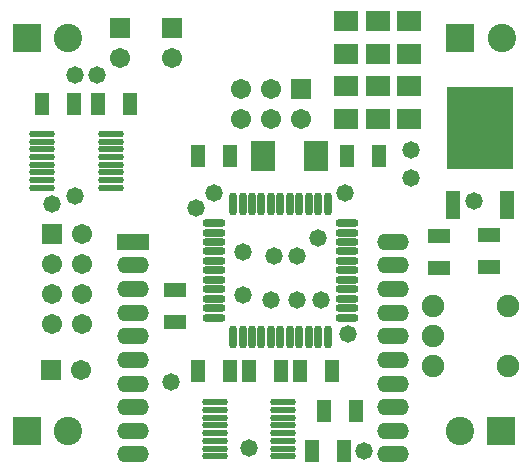
<source format=gts>
%FSLAX25Y25*%
%MOIN*%
G70*
G01*
G75*
G04 Layer_Color=8388736*
%ADD10C,0.02756*%
%ADD11C,0.01181*%
%ADD12C,0.01969*%
%ADD13C,0.01575*%
%ADD14C,0.03543*%
%ADD15C,0.03937*%
%ADD16C,0.03150*%
%ADD17R,0.04331X0.06693*%
%ADD18R,0.07480X0.09449*%
%ADD19O,0.07874X0.01378*%
%ADD20R,0.06693X0.04331*%
%ADD21R,0.03740X0.08661*%
%ADD22R,0.21654X0.26378*%
%ADD23O,0.06890X0.02165*%
%ADD24O,0.02165X0.06890*%
%ADD25R,0.07087X0.06299*%
G04:AMPARAMS|DCode=26|XSize=49.5mil|YSize=30mil|CornerRadius=0mil|HoleSize=0mil|Usage=FLASHONLY|Rotation=315.000|XOffset=0mil|YOffset=0mil|HoleType=Round|Shape=Rectangle|*
%AMROTATEDRECTD26*
4,1,4,-0.02811,0.00689,-0.00689,0.02811,0.02811,-0.00689,0.00689,-0.02811,-0.02811,0.00689,0.0*
%
%ADD26ROTATEDRECTD26*%

G04:AMPARAMS|DCode=27|XSize=49.5mil|YSize=30mil|CornerRadius=0mil|HoleSize=0mil|Usage=FLASHONLY|Rotation=45.000|XOffset=0mil|YOffset=0mil|HoleType=Round|Shape=Rectangle|*
%AMROTATEDRECTD27*
4,1,4,-0.00689,-0.02811,-0.02811,-0.00689,0.00689,0.02811,0.02811,0.00689,-0.00689,-0.02811,0.0*
%
%ADD27ROTATEDRECTD27*%

G04:AMPARAMS|DCode=28|XSize=42.4mil|YSize=15.23mil|CornerRadius=0mil|HoleSize=0mil|Usage=FLASHONLY|Rotation=315.000|XOffset=0mil|YOffset=0mil|HoleType=Round|Shape=Rectangle|*
%AMROTATEDRECTD28*
4,1,4,-0.02038,0.00961,-0.00961,0.02038,0.02038,-0.00961,0.00961,-0.02038,-0.02038,0.00961,0.0*
%
%ADD28ROTATEDRECTD28*%

G04:AMPARAMS|DCode=29|XSize=65mil|YSize=27.71mil|CornerRadius=0mil|HoleSize=0mil|Usage=FLASHONLY|Rotation=315.000|XOffset=0mil|YOffset=0mil|HoleType=Round|Shape=Rectangle|*
%AMROTATEDRECTD29*
4,1,4,-0.03278,0.01318,-0.01318,0.03278,0.03278,-0.01318,0.01318,-0.03278,-0.03278,0.01318,0.0*
%
%ADD29ROTATEDRECTD29*%

G04:AMPARAMS|DCode=30|XSize=60.87mil|YSize=31.82mil|CornerRadius=0mil|HoleSize=0mil|Usage=FLASHONLY|Rotation=45.000|XOffset=0mil|YOffset=0mil|HoleType=Round|Shape=Rectangle|*
%AMROTATEDRECTD30*
4,1,4,-0.01027,-0.03277,-0.03277,-0.01027,0.01027,0.03277,0.03277,0.01027,-0.01027,-0.03277,0.0*
%
%ADD30ROTATEDRECTD30*%

G04:AMPARAMS|DCode=31|XSize=55mil|YSize=25mil|CornerRadius=0mil|HoleSize=0mil|Usage=FLASHONLY|Rotation=45.000|XOffset=0mil|YOffset=0mil|HoleType=Round|Shape=Rectangle|*
%AMROTATEDRECTD31*
4,1,4,-0.01061,-0.02828,-0.02828,-0.01061,0.01061,0.02828,0.02828,0.01061,-0.01061,-0.02828,0.0*
%
%ADD31ROTATEDRECTD31*%

%ADD32R,0.00500X0.01000*%
G04:AMPARAMS|DCode=33|XSize=65mil|YSize=30mil|CornerRadius=0mil|HoleSize=0mil|Usage=FLASHONLY|Rotation=311.618|XOffset=0mil|YOffset=0mil|HoleType=Round|Shape=Rectangle|*
%AMROTATEDRECTD33*
4,1,4,-0.03280,0.01433,-0.01037,0.03426,0.03280,-0.01433,0.01037,-0.03426,-0.03280,0.01433,0.0*
%
%ADD33ROTATEDRECTD33*%

%ADD34P,0.07071X4X360.0*%
G04:AMPARAMS|DCode=35|XSize=40.51mil|YSize=13.28mil|CornerRadius=0mil|HoleSize=0mil|Usage=FLASHONLY|Rotation=45.000|XOffset=0mil|YOffset=0mil|HoleType=Round|Shape=Rectangle|*
%AMROTATEDRECTD35*
4,1,4,-0.00963,-0.01902,-0.01902,-0.00963,0.00963,0.01902,0.01902,0.00963,-0.00963,-0.01902,0.0*
%
%ADD35ROTATEDRECTD35*%

G04:AMPARAMS|DCode=36|XSize=40mil|YSize=11.71mil|CornerRadius=0mil|HoleSize=0mil|Usage=FLASHONLY|Rotation=51.340|XOffset=0mil|YOffset=0mil|HoleType=Round|Shape=Rectangle|*
%AMROTATEDRECTD36*
4,1,4,-0.00792,-0.01928,-0.01707,-0.01196,0.00792,0.01928,0.01707,0.01196,-0.00792,-0.01928,0.0*
%
%ADD36ROTATEDRECTD36*%

G04:AMPARAMS|DCode=37|XSize=31.15mil|YSize=14.57mil|CornerRadius=0mil|HoleSize=0mil|Usage=FLASHONLY|Rotation=315.000|XOffset=0mil|YOffset=0mil|HoleType=Round|Shape=Rectangle|*
%AMROTATEDRECTD37*
4,1,4,-0.01617,0.00586,-0.00586,0.01617,0.01617,-0.00586,0.00586,-0.01617,-0.01617,0.00586,0.0*
%
%ADD37ROTATEDRECTD37*%

G04:AMPARAMS|DCode=38|XSize=35mil|YSize=15mil|CornerRadius=0mil|HoleSize=0mil|Usage=FLASHONLY|Rotation=45.000|XOffset=0mil|YOffset=0mil|HoleType=Round|Shape=Rectangle|*
%AMROTATEDRECTD38*
4,1,4,-0.00707,-0.01768,-0.01768,-0.00707,0.00707,0.01768,0.01768,0.00707,-0.00707,-0.01768,0.0*
%
%ADD38ROTATEDRECTD38*%

G04:AMPARAMS|DCode=39|XSize=35mil|YSize=15mil|CornerRadius=0mil|HoleSize=0mil|Usage=FLASHONLY|Rotation=315.000|XOffset=0mil|YOffset=0mil|HoleType=Round|Shape=Rectangle|*
%AMROTATEDRECTD39*
4,1,4,-0.01768,0.00707,-0.00707,0.01768,0.01768,-0.00707,0.00707,-0.01768,-0.01768,0.00707,0.0*
%
%ADD39ROTATEDRECTD39*%

G04:AMPARAMS|DCode=40|XSize=17.93mil|YSize=33.18mil|CornerRadius=0mil|HoleSize=0mil|Usage=FLASHONLY|Rotation=315.000|XOffset=0mil|YOffset=0mil|HoleType=Round|Shape=Rectangle|*
%AMROTATEDRECTD40*
4,1,4,-0.01807,-0.00539,0.00539,0.01807,0.01807,0.00539,-0.00539,-0.01807,-0.01807,-0.00539,0.0*
%
%ADD40ROTATEDRECTD40*%

G04:AMPARAMS|DCode=41|XSize=27.23mil|YSize=15mil|CornerRadius=0mil|HoleSize=0mil|Usage=FLASHONLY|Rotation=45.000|XOffset=0mil|YOffset=0mil|HoleType=Round|Shape=Rectangle|*
%AMROTATEDRECTD41*
4,1,4,-0.00432,-0.01493,-0.01493,-0.00432,0.00432,0.01493,0.01493,0.00432,-0.00432,-0.01493,0.0*
%
%ADD41ROTATEDRECTD41*%

G04:AMPARAMS|DCode=42|XSize=30.51mil|YSize=15mil|CornerRadius=0mil|HoleSize=0mil|Usage=FLASHONLY|Rotation=315.000|XOffset=0mil|YOffset=0mil|HoleType=Round|Shape=Rectangle|*
%AMROTATEDRECTD42*
4,1,4,-0.01609,0.00548,-0.00548,0.01609,0.01609,-0.00548,0.00548,-0.01609,-0.01609,0.00548,0.0*
%
%ADD42ROTATEDRECTD42*%

G04:AMPARAMS|DCode=43|XSize=15mil|YSize=10.61mil|CornerRadius=0mil|HoleSize=0mil|Usage=FLASHONLY|Rotation=315.000|XOffset=0mil|YOffset=0mil|HoleType=Round|Shape=Rectangle|*
%AMROTATEDRECTD43*
4,1,4,-0.00905,0.00155,-0.00155,0.00905,0.00905,-0.00155,0.00155,-0.00905,-0.00905,0.00155,0.0*
%
%ADD43ROTATEDRECTD43*%

G04:AMPARAMS|DCode=44|XSize=25mil|YSize=11.24mil|CornerRadius=0mil|HoleSize=0mil|Usage=FLASHONLY|Rotation=41.479|XOffset=0mil|YOffset=0mil|HoleType=Round|Shape=Rectangle|*
%AMROTATEDRECTD44*
4,1,4,-0.00564,-0.01249,-0.01309,-0.00407,0.00564,0.01249,0.01309,0.00407,-0.00564,-0.01249,0.0*
%
%ADD44ROTATEDRECTD44*%

G04:AMPARAMS|DCode=45|XSize=19.45mil|YSize=10mil|CornerRadius=0mil|HoleSize=0mil|Usage=FLASHONLY|Rotation=311.390|XOffset=0mil|YOffset=0mil|HoleType=Round|Shape=Rectangle|*
%AMROTATEDRECTD45*
4,1,4,-0.01018,0.00399,-0.00268,0.01060,0.01018,-0.00399,0.00268,-0.01060,-0.01018,0.00399,0.0*
%
%ADD45ROTATEDRECTD45*%

G04:AMPARAMS|DCode=46|XSize=23.54mil|YSize=10mil|CornerRadius=0mil|HoleSize=0mil|Usage=FLASHONLY|Rotation=45.000|XOffset=0mil|YOffset=0mil|HoleType=Round|Shape=Rectangle|*
%AMROTATEDRECTD46*
4,1,4,-0.00479,-0.01186,-0.01186,-0.00479,0.00479,0.01186,0.01186,0.00479,-0.00479,-0.01186,0.0*
%
%ADD46ROTATEDRECTD46*%

G04:AMPARAMS|DCode=47|XSize=49.5mil|YSize=17.93mil|CornerRadius=0mil|HoleSize=0mil|Usage=FLASHONLY|Rotation=45.000|XOffset=0mil|YOffset=0mil|HoleType=Round|Shape=Rectangle|*
%AMROTATEDRECTD47*
4,1,4,-0.01116,-0.02384,-0.02384,-0.01116,0.01116,0.02384,0.02384,0.01116,-0.01116,-0.02384,0.0*
%
%ADD47ROTATEDRECTD47*%

G04:AMPARAMS|DCode=48|XSize=71.37mil|YSize=59.39mil|CornerRadius=0mil|HoleSize=0mil|Usage=FLASHONLY|Rotation=330.602|XOffset=0mil|YOffset=0mil|HoleType=Round|Shape=Rectangle|*
%AMROTATEDRECTD48*
4,1,4,-0.04567,-0.00836,-0.01652,0.04339,0.04567,0.00836,0.01652,-0.04339,-0.04567,-0.00836,0.0*
%
%ADD48ROTATEDRECTD48*%

G04:AMPARAMS|DCode=49|XSize=106.12mil|YSize=43.14mil|CornerRadius=0mil|HoleSize=0mil|Usage=FLASHONLY|Rotation=315.000|XOffset=0mil|YOffset=0mil|HoleType=Round|Shape=Rectangle|*
%AMROTATEDRECTD49*
4,1,4,-0.05277,0.02227,-0.02227,0.05277,0.05277,-0.02227,0.02227,-0.05277,-0.05277,0.02227,0.0*
%
%ADD49ROTATEDRECTD49*%

G04:AMPARAMS|DCode=50|XSize=43.52mil|YSize=25.48mil|CornerRadius=0mil|HoleSize=0mil|Usage=FLASHONLY|Rotation=50.423|XOffset=0mil|YOffset=0mil|HoleType=Round|Shape=Rectangle|*
%AMROTATEDRECTD50*
4,1,4,-0.00405,-0.02489,-0.02368,-0.00866,0.00405,0.02489,0.02368,0.00866,-0.00405,-0.02489,0.0*
%
%ADD50ROTATEDRECTD50*%

%ADD51R,0.19500X0.06500*%
%ADD52R,0.05906X0.05906*%
%ADD53C,0.05906*%
%ADD54O,0.09843X0.04724*%
%ADD55R,0.09843X0.04724*%
%ADD56R,0.05906X0.05906*%
%ADD57C,0.06693*%
%ADD58C,0.08661*%
%ADD59R,0.08661X0.08661*%
%ADD60C,0.05000*%
%ADD61C,0.04000*%
%ADD62C,0.07543*%
%ADD63C,0.07150*%
%ADD64C,0.08724*%
%ADD65C,0.06800*%
G04:AMPARAMS|DCode=66|XSize=40mil|YSize=42.6mil|CornerRadius=0mil|HoleSize=0mil|Usage=FLASHONLY|Rotation=45.000|XOffset=0mil|YOffset=0mil|HoleType=Round|Shape=Rectangle|*
%AMROTATEDRECTD66*
4,1,4,0.00092,-0.02920,-0.02920,0.00092,-0.00092,0.02920,0.02920,-0.00092,0.00092,-0.02920,0.0*
%
%ADD66ROTATEDRECTD66*%

%ADD67C,0.00984*%
%ADD68C,0.02362*%
%ADD69C,0.00787*%
%ADD70R,0.05131X0.07493*%
%ADD71R,0.08280X0.10249*%
%ADD72O,0.08674X0.02178*%
%ADD73R,0.07493X0.05131*%
%ADD74R,0.04540X0.09461*%
%ADD75R,0.22453X0.27178*%
%ADD76O,0.07690X0.02965*%
%ADD77O,0.02965X0.07690*%
%ADD78R,0.07887X0.07099*%
%ADD79R,0.06706X0.06706*%
%ADD80C,0.06706*%
%ADD81O,0.10642X0.05524*%
%ADD82R,0.10642X0.05524*%
%ADD83R,0.06706X0.06706*%
%ADD84C,0.07493*%
%ADD85C,0.09461*%
%ADD86R,0.09461X0.09461*%
%ADD87C,0.05800*%
D70*
X81315Y110500D02*
D03*
X70685D02*
D03*
X120185D02*
D03*
X130815D02*
D03*
X123315Y25500D02*
D03*
X112685D02*
D03*
X119315Y12000D02*
D03*
X108685D02*
D03*
X104685Y38815D02*
D03*
X115315D02*
D03*
X70685Y38624D02*
D03*
X81315D02*
D03*
X87685Y38815D02*
D03*
X98315D02*
D03*
X37185Y127815D02*
D03*
X47815D02*
D03*
X29315D02*
D03*
X18685D02*
D03*
D71*
X92142Y110500D02*
D03*
X109858D02*
D03*
D72*
X76083Y28272D02*
D03*
Y25713D02*
D03*
Y23154D02*
D03*
Y20595D02*
D03*
Y18035D02*
D03*
Y15476D02*
D03*
Y12917D02*
D03*
Y10358D02*
D03*
X98917Y28272D02*
D03*
Y25713D02*
D03*
Y23154D02*
D03*
Y20595D02*
D03*
Y18035D02*
D03*
Y15476D02*
D03*
Y12917D02*
D03*
Y10358D02*
D03*
X18583Y117772D02*
D03*
Y115213D02*
D03*
Y112654D02*
D03*
Y110094D02*
D03*
Y107535D02*
D03*
Y104976D02*
D03*
Y102417D02*
D03*
Y99858D02*
D03*
X41417Y117772D02*
D03*
Y115213D02*
D03*
Y112654D02*
D03*
Y110094D02*
D03*
Y107535D02*
D03*
Y104976D02*
D03*
Y102417D02*
D03*
Y99858D02*
D03*
D73*
X167500Y84130D02*
D03*
Y73500D02*
D03*
X151000Y73185D02*
D03*
Y83815D02*
D03*
X63000Y65630D02*
D03*
Y55000D02*
D03*
D74*
X155524Y93992D02*
D03*
X173476D02*
D03*
D75*
X164500Y119780D02*
D03*
D76*
X120244Y88063D02*
D03*
Y84913D02*
D03*
Y81764D02*
D03*
Y78614D02*
D03*
Y75465D02*
D03*
Y72315D02*
D03*
Y69165D02*
D03*
Y66016D02*
D03*
Y62866D02*
D03*
Y59716D02*
D03*
Y56567D02*
D03*
X75756D02*
D03*
Y59716D02*
D03*
Y62866D02*
D03*
Y66016D02*
D03*
Y69165D02*
D03*
Y72315D02*
D03*
Y75465D02*
D03*
Y78614D02*
D03*
Y81764D02*
D03*
Y84913D02*
D03*
Y88063D02*
D03*
D77*
X113748Y50071D02*
D03*
X110598D02*
D03*
X107449D02*
D03*
X104299D02*
D03*
X101150D02*
D03*
X98000D02*
D03*
X94850D02*
D03*
X91701D02*
D03*
X88551D02*
D03*
X85402D02*
D03*
X82252D02*
D03*
Y94559D02*
D03*
X85402D02*
D03*
X88551D02*
D03*
X91701D02*
D03*
X94850D02*
D03*
X98000D02*
D03*
X101150D02*
D03*
X104299D02*
D03*
X107449D02*
D03*
X110598D02*
D03*
X113748D02*
D03*
D78*
X141000Y122803D02*
D03*
Y133827D02*
D03*
X130438Y122803D02*
D03*
Y133827D02*
D03*
X119875Y122803D02*
D03*
Y133827D02*
D03*
X141000Y144303D02*
D03*
Y155327D02*
D03*
X130438Y144303D02*
D03*
Y155327D02*
D03*
X119875Y144303D02*
D03*
Y155327D02*
D03*
D79*
X44500Y153000D02*
D03*
X62000D02*
D03*
X22000Y84500D02*
D03*
D80*
X44500Y143000D02*
D03*
X31500Y39000D02*
D03*
X85000Y122815D02*
D03*
Y132815D02*
D03*
X95000Y122815D02*
D03*
Y132815D02*
D03*
X105000Y122815D02*
D03*
X62000Y143000D02*
D03*
X32000Y84500D02*
D03*
X22000Y74500D02*
D03*
X32000D02*
D03*
X22000Y64500D02*
D03*
X32000D02*
D03*
X22000Y54500D02*
D03*
X32000D02*
D03*
D81*
X135614Y10949D02*
D03*
Y18823D02*
D03*
Y26697D02*
D03*
Y34571D02*
D03*
Y42445D02*
D03*
Y50319D02*
D03*
Y58193D02*
D03*
Y66067D02*
D03*
Y73941D02*
D03*
Y81815D02*
D03*
X49000Y10949D02*
D03*
Y18823D02*
D03*
Y26697D02*
D03*
Y34571D02*
D03*
Y42445D02*
D03*
Y50319D02*
D03*
Y58193D02*
D03*
Y66067D02*
D03*
Y73941D02*
D03*
D82*
Y81815D02*
D03*
D83*
X21500Y39000D02*
D03*
X105000Y132815D02*
D03*
D84*
X149000Y40315D02*
D03*
Y50315D02*
D03*
Y60315D02*
D03*
X174000D02*
D03*
Y40315D02*
D03*
D85*
X157720Y18815D02*
D03*
X171780Y149815D02*
D03*
X27279D02*
D03*
Y18815D02*
D03*
D86*
X171500D02*
D03*
X158000Y149815D02*
D03*
X13500D02*
D03*
Y18815D02*
D03*
D87*
X76000Y98000D02*
D03*
X70000Y93000D02*
D03*
X85500Y64000D02*
D03*
X120500Y51000D02*
D03*
X22000Y94500D02*
D03*
X110598Y83000D02*
D03*
X141500Y103000D02*
D03*
Y112500D02*
D03*
X95000Y62500D02*
D03*
X103500D02*
D03*
X29500Y137500D02*
D03*
X126000Y12000D02*
D03*
X96000Y77000D02*
D03*
X103500D02*
D03*
X61500Y35000D02*
D03*
X37000Y137500D02*
D03*
X29500Y97000D02*
D03*
X85500Y78500D02*
D03*
X111500Y62500D02*
D03*
X119500Y98000D02*
D03*
X162500Y95500D02*
D03*
X87500Y13000D02*
D03*
M02*

</source>
